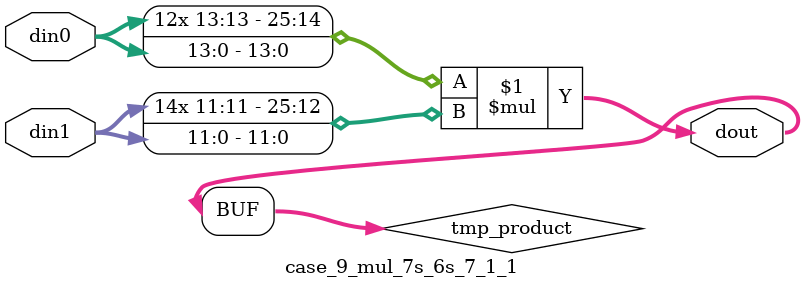
<source format=v>

`timescale 1 ns / 1 ps

 module case_9_mul_7s_6s_7_1_1(din0, din1, dout);
parameter ID = 1;
parameter NUM_STAGE = 0;
parameter din0_WIDTH = 14;
parameter din1_WIDTH = 12;
parameter dout_WIDTH = 26;

input [din0_WIDTH - 1 : 0] din0; 
input [din1_WIDTH - 1 : 0] din1; 
output [dout_WIDTH - 1 : 0] dout;

wire signed [dout_WIDTH - 1 : 0] tmp_product;



























assign tmp_product = $signed(din0) * $signed(din1);








assign dout = tmp_product;





















endmodule

</source>
